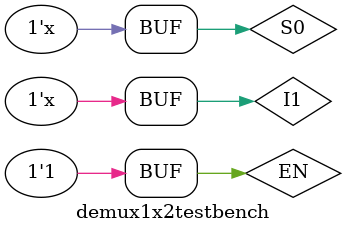
<source format=v>
`timescale 1ns / 1ps


module demux1x2testbench;

	// Inputs
	reg EN;
	reg I1;
	reg S0;

	// Outputs
	wire m1;
	wire m2;

	// Instantiate the Unit Under Test (UUT)
	demux1x2 uut (
		.EN(EN), 
		.I1(I1), 
		.S0(S0), 
		.m1(m1), 
		.m2(m2)
	);

	initial begin
		// Initialize Inputs
		EN = 1;
		I1 = 0;
		S0 = 0;

		// Wait 100 ns for global reset to finish
		#100;
        
		// Add stimulus here

	end
	
	always #1 I1=~I1;
	always #2 S0=~S0;
	
	
      
endmodule


</source>
